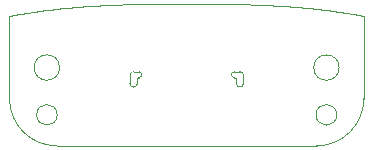
<source format=gbr>
%TF.GenerationSoftware,KiCad,Pcbnew,7.0.6*%
%TF.CreationDate,2023-12-14T14:41:25-08:00*%
%TF.ProjectId,UGC_USBC,5547435f-5553-4424-932e-6b696361645f,rev?*%
%TF.SameCoordinates,Original*%
%TF.FileFunction,Profile,NP*%
%FSLAX46Y46*%
G04 Gerber Fmt 4.6, Leading zero omitted, Abs format (unit mm)*
G04 Created by KiCad (PCBNEW 7.0.6) date 2023-12-14 14:41:25*
%MOMM*%
%LPD*%
G01*
G04 APERTURE LIST*
%TA.AperFunction,Profile*%
%ADD10C,0.100000*%
%TD*%
%ADD11C,0.100000*%
%TA.AperFunction,Profile*%
%ADD12C,0.010000*%
%TD*%
G04 APERTURE END LIST*
D10*
X217916200Y-159238540D02*
X239916200Y-159238540D01*
X217958340Y-156612400D02*
G75*
G03*
X217958340Y-156612400I-875000J0D01*
G01*
X213916160Y-155238540D02*
G75*
G03*
X217916200Y-159238540I4000040J40D01*
G01*
X241824060Y-152612400D02*
G75*
G03*
X241824060Y-152612400I-1075000J0D01*
G01*
D11*
X225204489Y-147228253D02*
X225320087Y-147226058D01*
X225435754Y-147223961D01*
X225551486Y-147221957D01*
X225667277Y-147220047D01*
X225783124Y-147218227D01*
X225899022Y-147216497D01*
X226014968Y-147214854D01*
X226130956Y-147213297D01*
X226246982Y-147211824D01*
X226363042Y-147210433D01*
X226479132Y-147209122D01*
X226595247Y-147207891D01*
X226711383Y-147206736D01*
X226827536Y-147205657D01*
X226943701Y-147204652D01*
X227059875Y-147203718D01*
X227176051Y-147202854D01*
X227292227Y-147202059D01*
X227408399Y-147201330D01*
X227524560Y-147200666D01*
X227640709Y-147200065D01*
X227756839Y-147199526D01*
X227872947Y-147199046D01*
X227989028Y-147198624D01*
X228105078Y-147198259D01*
X228221093Y-147197947D01*
X228337069Y-147197689D01*
X228453000Y-147197481D01*
X228568883Y-147197322D01*
X228684714Y-147197211D01*
X228800487Y-147197146D01*
X228916200Y-147197125D01*
X216191305Y-147867729D02*
X216354641Y-147844769D01*
X216517541Y-147822375D01*
X216680048Y-147800537D01*
X216842206Y-147779244D01*
X217004059Y-147758489D01*
X217165649Y-147738261D01*
X217327022Y-147718552D01*
X217488219Y-147699350D01*
X217649285Y-147680648D01*
X217810263Y-147662436D01*
X217971197Y-147644704D01*
X218132131Y-147627442D01*
X218293107Y-147610642D01*
X218454170Y-147594294D01*
X218615364Y-147578389D01*
X218776731Y-147562916D01*
X218938315Y-147547867D01*
X219100160Y-147533232D01*
X219262309Y-147519002D01*
X219424807Y-147505167D01*
X219587696Y-147491718D01*
X219751020Y-147478646D01*
X219914823Y-147465940D01*
X220079149Y-147453592D01*
X220244040Y-147441592D01*
X220409540Y-147429930D01*
X220575694Y-147418598D01*
X220742544Y-147407586D01*
X220910135Y-147396883D01*
X221078509Y-147386482D01*
X221247710Y-147376372D01*
X221417783Y-147366545D01*
X241641095Y-147867729D02*
X241477758Y-147844769D01*
X241314858Y-147822375D01*
X241152351Y-147800537D01*
X240990193Y-147779244D01*
X240828340Y-147758489D01*
X240666750Y-147738261D01*
X240505377Y-147718552D01*
X240344180Y-147699350D01*
X240183114Y-147680648D01*
X240022136Y-147662436D01*
X239861202Y-147644704D01*
X239700268Y-147627442D01*
X239539292Y-147610642D01*
X239378229Y-147594294D01*
X239217035Y-147578389D01*
X239055669Y-147562916D01*
X238894084Y-147547867D01*
X238732239Y-147533232D01*
X238570090Y-147519002D01*
X238407592Y-147505167D01*
X238244703Y-147491718D01*
X238081379Y-147478646D01*
X237917576Y-147465940D01*
X237753250Y-147453592D01*
X237588359Y-147441592D01*
X237422859Y-147429930D01*
X237256705Y-147418598D01*
X237089855Y-147407586D01*
X236922264Y-147396883D01*
X236753890Y-147386482D01*
X236584689Y-147376372D01*
X236414617Y-147366545D01*
X213916200Y-148238540D02*
X214058376Y-148212637D01*
X214200454Y-148187106D01*
X214342456Y-148161944D01*
X214484401Y-148137151D01*
X214626313Y-148112724D01*
X214768213Y-148088661D01*
X214910122Y-148064961D01*
X215052063Y-148041623D01*
X215194056Y-148018644D01*
X215336124Y-147996024D01*
X215478287Y-147973760D01*
X215620569Y-147951851D01*
X215762990Y-147930295D01*
X215905571Y-147909090D01*
X216048336Y-147888235D01*
X216191305Y-147867729D01*
D10*
X241624060Y-156612400D02*
G75*
G03*
X241624060Y-156612400I-875000J0D01*
G01*
X239916200Y-159238500D02*
G75*
G03*
X243916200Y-155238540I0J4000000D01*
G01*
X218158340Y-152612400D02*
G75*
G03*
X218158340Y-152612400I-1075000J0D01*
G01*
X213916200Y-148238540D02*
X213916200Y-155238540D01*
D11*
X221417783Y-147366545D02*
X221535662Y-147359932D01*
X221653583Y-147353488D01*
X221771544Y-147347211D01*
X221889543Y-147341098D01*
X222007580Y-147335148D01*
X222125653Y-147329358D01*
X222243762Y-147323726D01*
X222361904Y-147318251D01*
X222480080Y-147312929D01*
X222598287Y-147307759D01*
X222716524Y-147302740D01*
X222834791Y-147297868D01*
X222953087Y-147293141D01*
X223071409Y-147288559D01*
X223189757Y-147284118D01*
X223308129Y-147279816D01*
X223426525Y-147275652D01*
X223544944Y-147271623D01*
X223663383Y-147267727D01*
X223781843Y-147263962D01*
X223900321Y-147260326D01*
X224018817Y-147256817D01*
X224137329Y-147253434D01*
X224255857Y-147250172D01*
X224374399Y-147247032D01*
X224492954Y-147244010D01*
X224611520Y-147241105D01*
X224730097Y-147238314D01*
X224848684Y-147235635D01*
X224967279Y-147233067D01*
X225085881Y-147230607D01*
X225204489Y-147228253D01*
X236414617Y-147366545D02*
X236296737Y-147359932D01*
X236178816Y-147353488D01*
X236060855Y-147347211D01*
X235942856Y-147341098D01*
X235824819Y-147335148D01*
X235706746Y-147329358D01*
X235588637Y-147323726D01*
X235470495Y-147318251D01*
X235352319Y-147312929D01*
X235234112Y-147307759D01*
X235115875Y-147302740D01*
X234997608Y-147297868D01*
X234879312Y-147293141D01*
X234760990Y-147288559D01*
X234642642Y-147284118D01*
X234524270Y-147279816D01*
X234405874Y-147275652D01*
X234287455Y-147271623D01*
X234169016Y-147267727D01*
X234050556Y-147263962D01*
X233932078Y-147260326D01*
X233813582Y-147256817D01*
X233695070Y-147253434D01*
X233576542Y-147250172D01*
X233458000Y-147247032D01*
X233339445Y-147244010D01*
X233220879Y-147241105D01*
X233102302Y-147238314D01*
X232983715Y-147235635D01*
X232865120Y-147233067D01*
X232746518Y-147230607D01*
X232627911Y-147228253D01*
X243916200Y-148238540D02*
X243774023Y-148212637D01*
X243631945Y-148187106D01*
X243489943Y-148161944D01*
X243347998Y-148137151D01*
X243206086Y-148112724D01*
X243064186Y-148088661D01*
X242922277Y-148064961D01*
X242780336Y-148041623D01*
X242638343Y-148018644D01*
X242496275Y-147996024D01*
X242354112Y-147973760D01*
X242211830Y-147951851D01*
X242069409Y-147930295D01*
X241926828Y-147909090D01*
X241784063Y-147888235D01*
X241641095Y-147867729D01*
D10*
X243916200Y-155238540D02*
X243916200Y-148238540D01*
D11*
X232627911Y-147228253D02*
X232512312Y-147226058D01*
X232396645Y-147223961D01*
X232280913Y-147221957D01*
X232165122Y-147220047D01*
X232049275Y-147218227D01*
X231933377Y-147216497D01*
X231817431Y-147214854D01*
X231701443Y-147213297D01*
X231585417Y-147211824D01*
X231469357Y-147210433D01*
X231353267Y-147209122D01*
X231237152Y-147207891D01*
X231121016Y-147206736D01*
X231004863Y-147205657D01*
X230888698Y-147204652D01*
X230772525Y-147203718D01*
X230656348Y-147202854D01*
X230540172Y-147202059D01*
X230424000Y-147201330D01*
X230307839Y-147200666D01*
X230191690Y-147200065D01*
X230075560Y-147199526D01*
X229959452Y-147199046D01*
X229843371Y-147198624D01*
X229727321Y-147198259D01*
X229611306Y-147197947D01*
X229495330Y-147197689D01*
X229379399Y-147197481D01*
X229263516Y-147197322D01*
X229147685Y-147197211D01*
X229031912Y-147197146D01*
X228916200Y-147197125D01*
D12*
%TO.C,J1*%
X233716178Y-153212400D02*
X233716178Y-153962400D01*
X233116178Y-153962400D02*
X233116178Y-153462400D01*
X233116178Y-153462400D02*
X232966178Y-153462400D01*
X232966178Y-152962400D02*
X233416178Y-152962400D01*
X224866178Y-153462400D02*
X224716178Y-153462400D01*
X224716178Y-153462400D02*
X224716178Y-153962400D01*
X224416178Y-152962400D02*
X224866178Y-152962400D01*
X224116178Y-153962400D02*
X224116178Y-153212400D01*
X233116178Y-153962400D02*
G75*
G03*
X233716178Y-153962400I300000J0D01*
G01*
X233716178Y-153212400D02*
G75*
G03*
X233416178Y-152962400I-275000J-25000D01*
G01*
X232966178Y-152962400D02*
G75*
G03*
X232966178Y-153462400I0J-250000D01*
G01*
X224866178Y-153462400D02*
G75*
G03*
X224866178Y-152962400I0J250000D01*
G01*
X224116178Y-153962400D02*
G75*
G03*
X224716178Y-153962400I300000J0D01*
G01*
X224416178Y-152962400D02*
G75*
G03*
X224116178Y-153212400I-25000J-275000D01*
G01*
%TD*%
M02*

</source>
